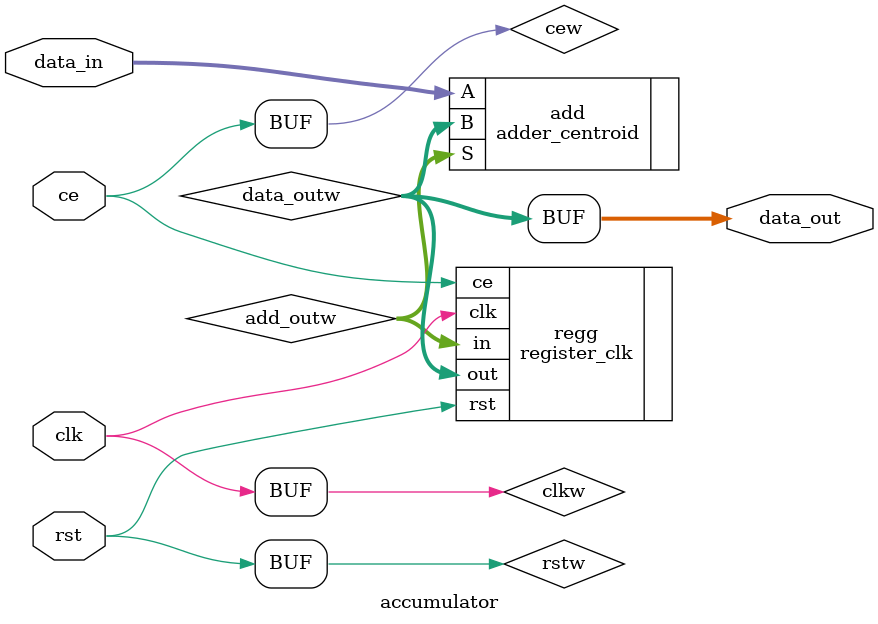
<source format=v>
`timescale 1ns / 1ps


module accumulator(
    input [31:0]data_in,
    input clk,
    input rst, 
    input ce,
    
    output [31:0]data_out
    );
    
wire [31:0] data_outw;
wire [31:0] add_outw;
wire cew;
wire rstw;
wire clkw;

assign data_out = data_outw;
assign cew = ce;
assign rstw = rst;
assign clkw = clk;

adder_centroid add
(
  .A(data_in),
  .B(data_outw),
  .S(add_outw)
);

register_clk regg
(
 .rst(rstw),
 .clk(clkw),
 .ce(cew),
 .in(add_outw),
 .out(data_outw)
);
  
    
endmodule

</source>
